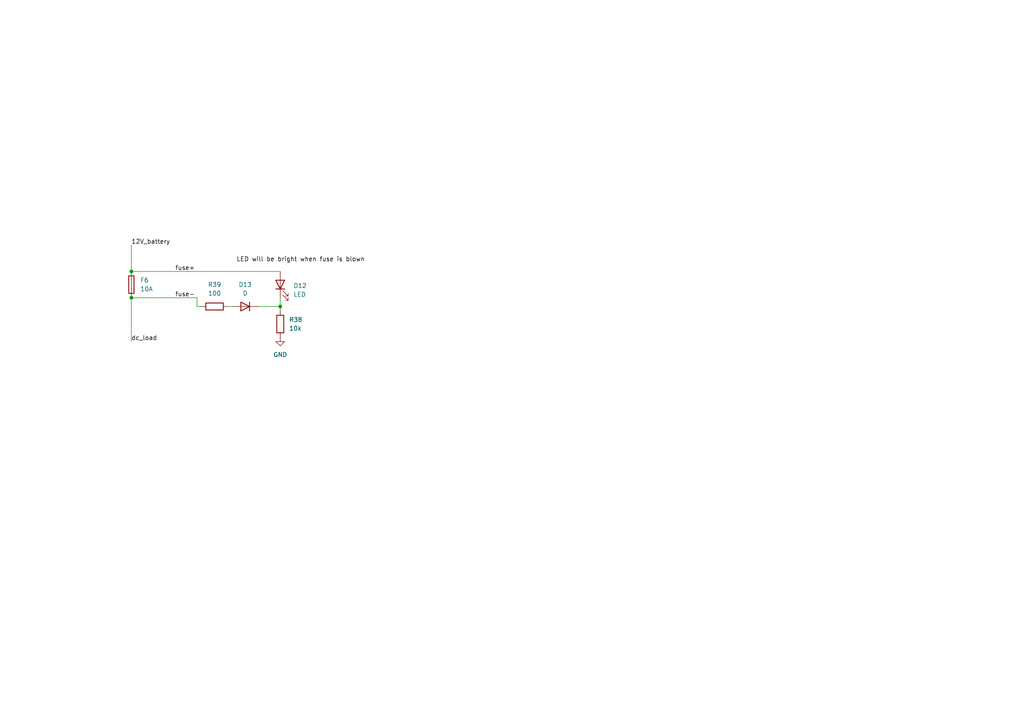
<source format=kicad_sch>
(kicad_sch (version 20231120) (generator "eeschema") (generator_version "8.0")
  (paper "A4")
  (lib_symbols
    (symbol "Device:D" (pin_numbers hide) (pin_names (offset 1.016) hide)
      (property "Reference" "D" (at 0 2.54 0))
      (property "Value" "D" (at 0 -2.54 0))
      (symbol "D_0_1"
        (polyline (pts (xy -1.27 1.27) (xy -1.27 -1.27)) (stroke (width 0.254)))
        (polyline (pts (xy 1.27 0) (xy -1.27 0)))
        (polyline (pts (xy 1.27 1.27) (xy 1.27 -1.27) (xy -1.27 0) (xy 1.27 1.27)) (stroke (width 0.254)))
      )
      (symbol "D_1_1"
        (pin passive line (at -3.81 0 0) (length 2.54) (name "K") (number "1"))
        (pin passive line (at 3.81 0 180) (length 2.54) (name "A") (number "2"))
      )
    )
    (symbol "Device:Fuse" (pin_numbers hide) (pin_names (offset 0))
      (property "Reference" "F" (at 2.032 0 90))
      (property "Value" "Fuse" (at -1.905 0 90))
      (symbol "Fuse_0_1"
        (rectangle (start -0.762 -2.54) (end 0.762 2.54) (stroke (width 0.254)))
        (polyline (pts (xy 0 2.54) (xy 0 -2.54)))
      )
      (symbol "Fuse_1_1"
        (pin passive line (at 0 3.81 270) (length 1.27) (name "~") (number "1"))
        (pin passive line (at 0 -3.81 90) (length 1.27) (name "~") (number "2"))
      )
    )
    (symbol "Device:LED" (pin_numbers hide) (pin_names (offset 1.016) hide)
      (property "Reference" "D" (at 0 2.54 0))
      (property "Value" "LED" (at 0 -2.54 0))
      (symbol "LED_0_1"
        (polyline (pts (xy -1.27 -1.27) (xy -1.27 1.27)) (stroke (width 0.254)))
        (polyline (pts (xy -1.27 0) (xy 1.27 0)))
        (polyline (pts (xy 1.27 -1.27) (xy 1.27 1.27) (xy -1.27 0) (xy 1.27 -1.27)) (stroke (width 0.254)))
        (polyline (pts (xy -3.048 -0.762) (xy -4.572 -2.286) (xy -3.81 -2.286) (xy -4.572 -2.286) (xy -4.572 -1.524)))
        (polyline (pts (xy -1.778 -0.762) (xy -3.302 -2.286) (xy -2.54 -2.286) (xy -3.302 -2.286) (xy -3.302 -1.524)))
      )
      (symbol "LED_1_1"
        (pin passive line (at -3.81 0 0) (length 2.54) (name "K") (number "1"))
        (pin passive line (at 3.81 0 180) (length 2.54) (name "A") (number "2"))
      )
    )
    (symbol "Device:R" (pin_numbers hide) (pin_names (offset 0))
      (property "Reference" "R" (at 2.032 0 90))
      (property "Value" "R" (at 0 0 90))
      (symbol "R_0_1"
        (rectangle (start -1.016 -2.54) (end 1.016 2.54) (stroke (width 0.254)))
      )
      (symbol "R_1_1"
        (pin passive line (at 0 3.81 270) (length 1.27) (name "~") (number "1"))
        (pin passive line (at 0 -3.81 90) (length 1.27) (name "~") (number "2"))
      )
    )
    (symbol "power:GND" (power) (pin_numbers hide) (pin_names (offset 0) hide)
      (property "Value" "GND" (at 0 -3.81 0))
      (symbol "GND_0_1"
        (polyline (pts (xy 0 0) (xy 0 -1.27) (xy 1.27 -1.27) (xy 0 -2.54) (xy -1.27 -1.27) (xy 0 -1.27)))
      )
      (symbol "GND_1_1"
        (pin power_in line (at 0 0 270) (length 0) (name "~") (number "1"))
      )
    )
  )
  (junction (at 38.1 86.36))
  (junction (at 81.28 88.9))
  (junction (at 38.1 78.74))
  (wire (pts (xy 38.1 71.12) (xy 38.1 78.74)))
  (wire (pts (xy 38.1 86.36) (xy 38.1 99.06)))
  (wire (pts (xy 81.28 86.36) (xy 81.28 88.9)))
  (wire (pts (xy 38.1 78.74) (xy 81.28 78.74)))
  (wire (pts (xy 74.93 88.9) (xy 81.28 88.9)))
  (wire (pts (xy 66.04 88.9) (xy 67.31 88.9)))
  (wire (pts (xy 57.15 86.36) (xy 38.1 86.36)))
  (wire (pts (xy 57.15 88.9) (xy 57.15 86.36)))
  (wire (pts (xy 57.15 88.9) (xy 58.42 88.9)))
  (wire (pts (xy 81.28 88.9) (xy 81.28 90.17)))
  (label "fuse-" (at 50.8 86.36 0))
  (label "12V_battery" (at 38.1 71.12 0))
  (label "LED will be bright when fuse is blown" (at 68.58 76.2 0))
  (label "dc_load" (at 38.1 99.06 0))
  (label "fuse+" (at 50.8 78.74 0))
  (symbol (lib_id "Device:Fuse") (at 38.1 82.55 0) (unit 1)
    (property "Reference" "F6" (at 40.64 81.2799 0) (effects (justify left)))
    (property "Value" "10A" (at 40.64 83.8199 0) (effects (justify left)))
    (property "Footprint" "HeavyDuty:ATO_fuse_holder" (effects (hide yes)))
    (property "Description" "Fuse" (effects (hide yes)))
    (property "LCSC_part" "C2935871" (effects (hide yes)))
  )
  (symbol (lib_id "Device:D") (at 71.12 88.9 180) (unit 1)
    (property "Reference" "D13" (at 71.12 82.55 0))
    (property "Value" "D" (at 71.12 85.09 0))
    (property "Description" "Diode" (effects (hide yes)))
    (property "Sim.Device" "D" (effects (hide yes)))
    (property "Sim.Pins" "1=K 2=A" (effects (hide yes)))
  )
  (symbol (lib_id "Device:R") (at 81.28 93.98 180) (unit 1)
    (property "Reference" "R38" (at 83.82 92.7099 0) (effects (justify right)))
    (property "Value" "10k" (at 83.82 95.2499 0) (effects (justify right)))
    (property "Description" "Resistor" (effects (hide yes)))
  )
  (symbol (lib_id "Device:LED") (at 81.28 82.55 90) (unit 1)
    (property "Reference" "D12" (at 85.09 82.8674 90) (effects (justify right)))
    (property "Value" "LED" (at 85.09 85.4074 90) (effects (justify right)))
    (property "Description" "Light emitting diode" (effects (hide yes)))
  )
  (symbol (lib_id "power:GND") (at 81.28 97.79 0) (unit 1)
    (property "Reference" "#PWR055" (effects (hide yes)))
    (property "Value" "GND" (at 81.28 102.87 0))
    (property "Description" "Power symbol creates a global label with name \"GND\" , ground" (effects (hide yes)))
  )
  (symbol (lib_id "Device:R") (at 62.23 88.9 270) (unit 1)
    (property "Reference" "R39" (at 62.23 82.55 90))
    (property "Value" "100" (at 62.23 85.09 90))
    (property "Description" "Resistor" (effects (hide yes)))
  )
)
</source>
